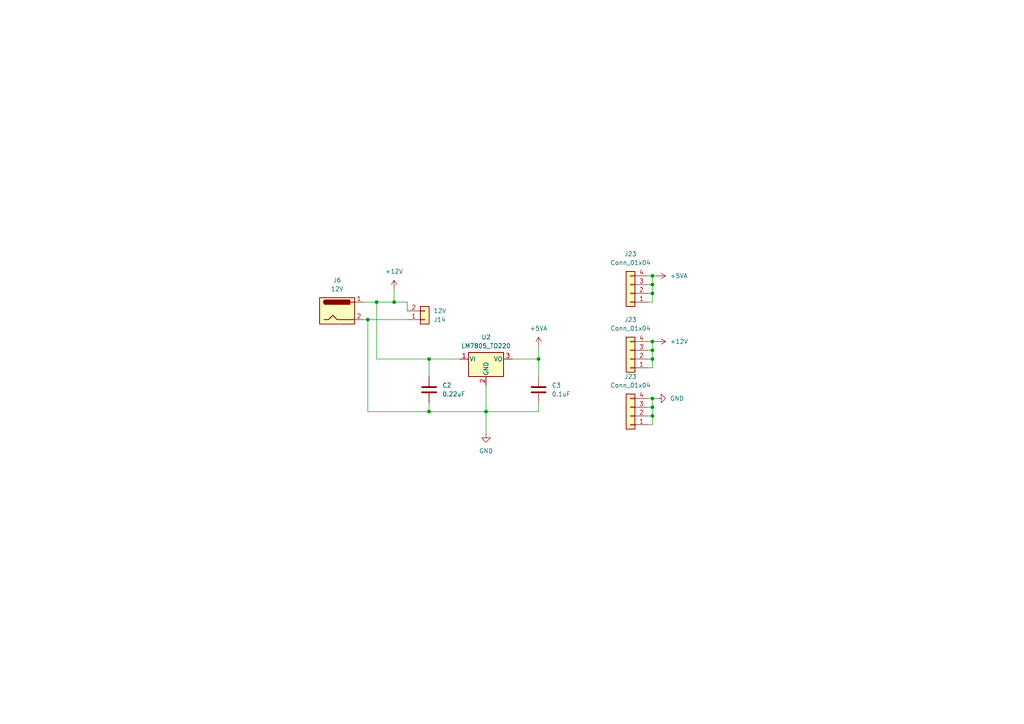
<source format=kicad_sch>
(kicad_sch (version 20230121) (generator eeschema)
  (paper "A4")
  (lib_symbols
    (symbol "Connector:Jack-DC" (pin_names (offset 1.016))
      (property "Reference" "J" (at 0 5.334 0))
      (property "Value" "Jack-DC" (at 0 -5.08 0))
      (symbol "Jack-DC_0_1"
        (rectangle (start -5.08 3.81) (end 5.08 -3.81) (stroke (width 0.254)) (fill (type background)))
        (arc (start -3.302 3.175) (mid -3.9343 2.54) (end -3.302 1.905) (stroke (width 0.254)))
        (arc (start -3.302 3.175) (mid -3.9343 2.54) (end -3.302 1.905) (stroke (width 0.254)) (fill (type outline)))
        (polyline (pts (xy 5.08 2.54) (xy 3.81 2.54)) (stroke (width 0.254)))
        (polyline (pts (xy -3.81 -2.54) (xy -2.54 -2.54) (xy -1.27 -1.27) (xy 0 -2.54) (xy 2.54 -2.54) (xy 5.08 -2.54)) (stroke (width 0.254)))
        (rectangle (start 3.683 3.175) (end -3.302 1.905) (stroke (width 0.254)) (fill (type outline)))
      )
      (symbol "Jack-DC_1_1"
        (pin passive line (at 7.62 2.54 180) (length 2.54) (name "~") (number "1"))
        (pin passive line (at 7.62 -2.54 180) (length 2.54) (name "~") (number "2"))
      )
    )
    (symbol "Connector_Generic:Conn_01x02" (pin_names (offset 1.016) hide)
      (property "Reference" "J" (at 0 2.54 0))
      (property "Value" "Conn_01x02" (at 0 -5.08 0))
      (symbol "Conn_01x02_1_1"
        (rectangle (start -1.27 -2.413) (end 0 -2.667) (stroke (width 0.1524)))
        (rectangle (start -1.27 0.127) (end 0 -0.127) (stroke (width 0.1524)))
        (rectangle (start -1.27 1.27) (end 1.27 -3.81) (stroke (width 0.254)) (fill (type background)))
        (pin passive line (at -5.08 0 0) (length 3.81) (name "Pin_1") (number "1"))
        (pin passive line (at -5.08 -2.54 0) (length 3.81) (name "Pin_2") (number "2"))
      )
    )
    (symbol "Connector_Generic:Conn_01x04" (pin_names (offset 1.016) hide)
      (property "Reference" "J" (at 0 5.08 0))
      (property "Value" "Conn_01x04" (at 0 -7.62 0))
      (symbol "Conn_01x04_1_1"
        (rectangle (start -1.27 -4.953) (end 0 -5.207) (stroke (width 0.1524)))
        (rectangle (start -1.27 -2.413) (end 0 -2.667) (stroke (width 0.1524)))
        (rectangle (start -1.27 0.127) (end 0 -0.127) (stroke (width 0.1524)))
        (rectangle (start -1.27 2.667) (end 0 2.413) (stroke (width 0.1524)))
        (rectangle (start -1.27 3.81) (end 1.27 -6.35) (stroke (width 0.254)) (fill (type background)))
        (pin passive line (at -5.08 2.54 0) (length 3.81) (name "Pin_1") (number "1"))
        (pin passive line (at -5.08 0 0) (length 3.81) (name "Pin_2") (number "2"))
        (pin passive line (at -5.08 -2.54 0) (length 3.81) (name "Pin_3") (number "3"))
        (pin passive line (at -5.08 -5.08 0) (length 3.81) (name "Pin_4") (number "4"))
      )
    )
    (symbol "Device:C" (pin_numbers hide) (pin_names (offset 0.254))
      (property "Reference" "C" (at 0.635 2.54 0))
      (property "Value" "C" (at 0.635 -2.54 0))
      (symbol "C_0_1"
        (polyline (pts (xy -2.032 -0.762) (xy 2.032 -0.762)) (stroke (width 0.508)))
        (polyline (pts (xy -2.032 0.762) (xy 2.032 0.762)) (stroke (width 0.508)))
      )
      (symbol "C_1_1"
        (pin passive line (at 0 3.81 270) (length 2.794) (name "~") (number "1"))
        (pin passive line (at 0 -3.81 90) (length 2.794) (name "~") (number "2"))
      )
    )
    (symbol "Regulator_Linear:LM7805_TO220" (pin_names (offset 0.254))
      (property "Reference" "U" (at -3.81 3.175 0))
      (property "Value" "LM7805_TO220" (at 0 3.175 0))
      (symbol "LM7805_TO220_0_1"
        (rectangle (start -5.08 1.905) (end 5.08 -5.08) (stroke (width 0.254)) (fill (type background)))
      )
      (symbol "LM7805_TO220_1_1"
        (pin power_in line (at -7.62 0 0) (length 2.54) (name "VI") (number "1"))
        (pin power_in line (at 0 -7.62 90) (length 2.54) (name "GND") (number "2"))
        (pin power_out line (at 7.62 0 180) (length 2.54) (name "VO") (number "3"))
      )
    )
    (symbol "power:+12V" (power) (pin_names (offset 0))
      (property "Value" "+12V" (at 0 3.556 0))
      (symbol "+12V_0_1"
        (polyline (pts (xy -0.762 1.27) (xy 0 2.54)))
        (polyline (pts (xy 0 0) (xy 0 2.54)))
        (polyline (pts (xy 0 2.54) (xy 0.762 1.27)))
      )
      (symbol "+12V_1_1"
        (pin power_in line (at 0 0 90) (length 0) hide (name "+12V") (number "1"))
      )
    )
    (symbol "power:+5VA" (power) (pin_names (offset 0))
      (property "Value" "+5VA" (at 0 3.556 0))
      (symbol "+5VA_0_1"
        (polyline (pts (xy -0.762 1.27) (xy 0 2.54)))
        (polyline (pts (xy 0 0) (xy 0 2.54)))
        (polyline (pts (xy 0 2.54) (xy 0.762 1.27)))
      )
      (symbol "+5VA_1_1"
        (pin power_in line (at 0 0 90) (length 0) hide (name "+5VA") (number "1"))
      )
    )
    (symbol "power:GND" (power) (pin_names (offset 0))
      (property "Value" "GND" (at 0 -3.81 0))
      (symbol "GND_0_1"
        (polyline (pts (xy 0 0) (xy 0 -1.27) (xy 1.27 -1.27) (xy 0 -2.54) (xy -1.27 -1.27) (xy 0 -1.27)))
      )
      (symbol "GND_1_1"
        (pin power_in line (at 0 0 270) (length 0) hide (name "GND") (number "1"))
      )
    )
  )
  (junction (at 189.23 99.06))
  (junction (at 124.46 119.38))
  (junction (at 109.22 87.63))
  (junction (at 189.23 85.09))
  (junction (at 189.23 120.65))
  (junction (at 106.68 92.71))
  (junction (at 189.23 104.14))
  (junction (at 140.97 119.38))
  (junction (at 124.46 104.14))
  (junction (at 189.23 115.57))
  (junction (at 114.3 87.63))
  (junction (at 189.23 80.01))
  (junction (at 189.23 118.11))
  (junction (at 189.23 101.6))
  (junction (at 156.21 104.14))
  (junction (at 189.23 82.55))
  (wire (pts (xy 156.21 116.84) (xy 156.21 119.38)))
  (wire (pts (xy 187.96 85.09) (xy 189.23 85.09)))
  (wire (pts (xy 189.23 104.14) (xy 189.23 101.6)))
  (wire (pts (xy 106.68 92.71) (xy 118.11 92.71)))
  (wire (pts (xy 187.96 123.19) (xy 189.23 123.19)))
  (wire (pts (xy 187.96 120.65) (xy 189.23 120.65)))
  (wire (pts (xy 156.21 119.38) (xy 140.97 119.38)))
  (wire (pts (xy 156.21 109.22) (xy 156.21 104.14)))
  (wire (pts (xy 133.35 104.14) (xy 124.46 104.14)))
  (wire (pts (xy 189.23 87.63) (xy 189.23 85.09)))
  (wire (pts (xy 189.23 118.11) (xy 189.23 115.57)))
  (wire (pts (xy 114.3 83.82) (xy 114.3 87.63)))
  (wire (pts (xy 124.46 104.14) (xy 124.46 109.22)))
  (wire (pts (xy 124.46 104.14) (xy 109.22 104.14)))
  (wire (pts (xy 109.22 87.63) (xy 114.3 87.63)))
  (wire (pts (xy 105.41 92.71) (xy 106.68 92.71)))
  (wire (pts (xy 109.22 104.14) (xy 109.22 87.63)))
  (wire (pts (xy 187.96 87.63) (xy 189.23 87.63)))
  (wire (pts (xy 187.96 106.68) (xy 189.23 106.68)))
  (wire (pts (xy 106.68 119.38) (xy 106.68 92.71)))
  (wire (pts (xy 140.97 125.73) (xy 140.97 119.38)))
  (wire (pts (xy 187.96 115.57) (xy 189.23 115.57)))
  (wire (pts (xy 105.41 87.63) (xy 109.22 87.63)))
  (wire (pts (xy 124.46 119.38) (xy 106.68 119.38)))
  (wire (pts (xy 187.96 101.6) (xy 189.23 101.6)))
  (wire (pts (xy 124.46 116.84) (xy 124.46 119.38)))
  (wire (pts (xy 118.11 87.63) (xy 114.3 87.63)))
  (wire (pts (xy 187.96 104.14) (xy 189.23 104.14)))
  (wire (pts (xy 140.97 119.38) (xy 124.46 119.38)))
  (wire (pts (xy 189.23 82.55) (xy 189.23 80.01)))
  (wire (pts (xy 156.21 104.14) (xy 148.59 104.14)))
  (wire (pts (xy 187.96 82.55) (xy 189.23 82.55)))
  (wire (pts (xy 140.97 111.76) (xy 140.97 119.38)))
  (wire (pts (xy 189.23 123.19) (xy 189.23 120.65)))
  (wire (pts (xy 189.23 106.68) (xy 189.23 104.14)))
  (wire (pts (xy 190.5 99.06) (xy 189.23 99.06)))
  (wire (pts (xy 189.23 85.09) (xy 189.23 82.55)))
  (wire (pts (xy 189.23 99.06) (xy 187.96 99.06)))
  (wire (pts (xy 189.23 101.6) (xy 189.23 99.06)))
  (wire (pts (xy 156.21 100.33) (xy 156.21 104.14)))
  (wire (pts (xy 187.96 118.11) (xy 189.23 118.11)))
  (wire (pts (xy 187.96 80.01) (xy 189.23 80.01)))
  (wire (pts (xy 189.23 115.57) (xy 190.5 115.57)))
  (wire (pts (xy 118.11 90.17) (xy 118.11 87.63)))
  (wire (pts (xy 189.23 80.01) (xy 190.5 80.01)))
  (wire (pts (xy 189.23 120.65) (xy 189.23 118.11)))
  (symbol (lib_id "power:GND") (at 140.97 125.73 0) (unit 1)
    (property "Reference" "#PWR014" (effects hide))
    (property "Value" "GND" (at 140.97 130.81 0))
  )
  (symbol (lib_id "Device:C") (at 156.21 113.03 0) (unit 1)
    (property "Reference" "C3" (at 160.02 111.76 0) (effects (justify left)))
    (property "Value" "0.1uF" (at 160.02 114.3 0) (effects (justify left)))
    (property "Footprint" "Capacitor_THT:C_Disc_D5.0mm_W2.5mm_P5.00mm" (effects hide))
  )
  (symbol (lib_id "power:+12V") (at 114.3 83.82 0) (unit 1)
    (property "Reference" "#PWR013" (effects hide))
    (property "Value" "+12V" (at 114.3 78.74 0))
  )
  (symbol (lib_id "power:+12V") (at 190.5 99.06 270) (unit 1)
    (property "Reference" "#PWR025" (effects hide))
    (property "Value" "+12V" (at 194.31 99.06 90) (effects (justify left)))
  )
  (symbol (lib_id "Device:C") (at 124.46 113.03 0) (unit 1)
    (property "Reference" "C2" (at 128.27 111.76 0) (effects (justify left)))
    (property "Value" "0.22uF" (at 128.27 114.3 0) (effects (justify left)))
    (property "Footprint" "Capacitor_THT:C_Disc_D5.1mm_W3.2mm_P5.00mm" (effects hide))
  )
  (symbol (lib_id "power:+5VA") (at 156.21 100.33 0) (unit 1)
    (property "Reference" "#PWR015" (effects hide))
    (property "Value" "+5VA" (at 156.21 95.25 0))
  )
  (symbol (lib_id "Connector_Generic:Conn_01x04") (at 182.88 85.09 180) (unit 1)
    (property "Reference" "J23" (at 182.88 73.66 0))
    (property "Value" "Conn_01x04" (at 182.88 76.2 0))
    (property "Footprint" "Connector_PinSocket_2.54mm:PinSocket_1x04_P2.54mm_Vertical" (effects hide))
    (instances (project "robotica" (path "" (reference "J23") (unit 1)) (path "" (reference "J31") (unit 1))))
  )
  (symbol (lib_id "Connector_Generic:Conn_01x04") (at 182.88 104.14 180) (unit 1)
    (property "Reference" "J23" (at 182.88 92.71 0))
    (property "Value" "Conn_01x04" (at 182.88 95.25 0))
    (property "Footprint" "Connector_PinSocket_2.54mm:PinSocket_1x04_P2.54mm_Vertical" (effects hide))
    (instances (project "robotica" (path "" (reference "J23") (unit 1)) (path "" (reference "J29") (unit 1))))
  )
  (symbol (lib_id "power:+5VA") (at 190.5 80.01 270) (unit 1)
    (property "Reference" "#PWR026" (effects hide))
    (property "Value" "+5VA" (at 194.31 80.01 90) (effects (justify left)))
  )
  (symbol (lib_id "Connector_Generic:Conn_01x04") (at 182.88 120.65 180) (unit 1)
    (property "Reference" "J23" (at 182.88 109.22 0))
    (property "Value" "Conn_01x04" (at 182.88 111.76 0))
    (property "Footprint" "Connector_PinSocket_2.54mm:PinSocket_1x04_P2.54mm_Vertical" (effects hide))
    (instances (project "robotica" (path "" (reference "J23") (unit 1)) (path "" (reference "J30") (unit 1))))
  )
  (symbol (lib_id "power:GND") (at 190.5 115.57 90) (unit 1)
    (property "Reference" "#PWR024" (effects hide))
    (property "Value" "GND" (at 194.31 115.57 90) (effects (justify right)))
  )
  (symbol (lib_id "Connector:Jack-DC") (at 97.79 90.17 0) (unit 1)
    (property "Reference" "J6" (at 97.79 81.28 0))
    (property "Value" "12V" (at 97.79 83.82 0))
    (property "Footprint" "Connector_BarrelJack:BarrelJack_GCT_DCJ200-10-A_Horizontal" (effects hide))
  )
  (symbol (lib_id "Regulator_Linear:LM7805_TO220") (at 140.97 104.14 0) (unit 1)
    (property "Reference" "U2" (at 140.97 97.79 0))
    (property "Value" "LM7805_TO220" (at 140.97 100.33 0))
    (property "Footprint" "Package_TO_SOT_THT:TO-220-3_Vertical" (effects hide))
    (property "Datasheet" "https://www.onsemi.cn/PowerSolutions/document/MC7800-D.PDF" (effects hide))
  )
  (symbol (lib_id "Connector_Generic:Conn_01x02") (at 123.19 92.71 0) (mirror x) (unit 1)
    (property "Reference" "J14" (at 125.73 92.71 0) (effects (justify left)))
    (property "Value" "12V" (at 125.73 90.17 0) (effects (justify left)))
    (property "Footprint" "TerminalBlock:TerminalBlock_bornier-2_P5.08mm" (effects hide))
  )
)
</source>
